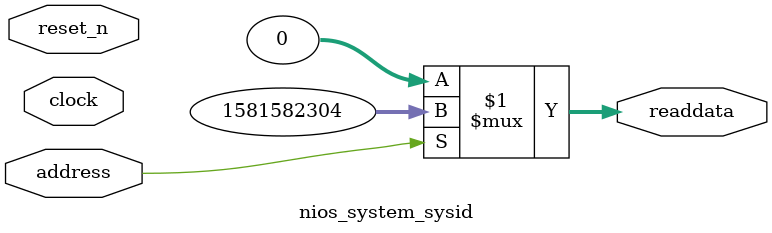
<source format=v>

`timescale 1ns / 1ps
// synthesis translate_on

// turn off superfluous verilog processor warnings 
// altera message_level Level1 
// altera message_off 10034 10035 10036 10037 10230 10240 10030 

module nios_system_sysid (
               // inputs:
                address,
                clock,
                reset_n,

               // outputs:
                readdata
             )
;

  output  [ 31: 0] readdata;
  input            address;
  input            clock;
  input            reset_n;

  wire    [ 31: 0] readdata;
  //control_slave, which is an e_avalon_slave
  assign readdata = address ? 1581582304 : 0;

endmodule




</source>
